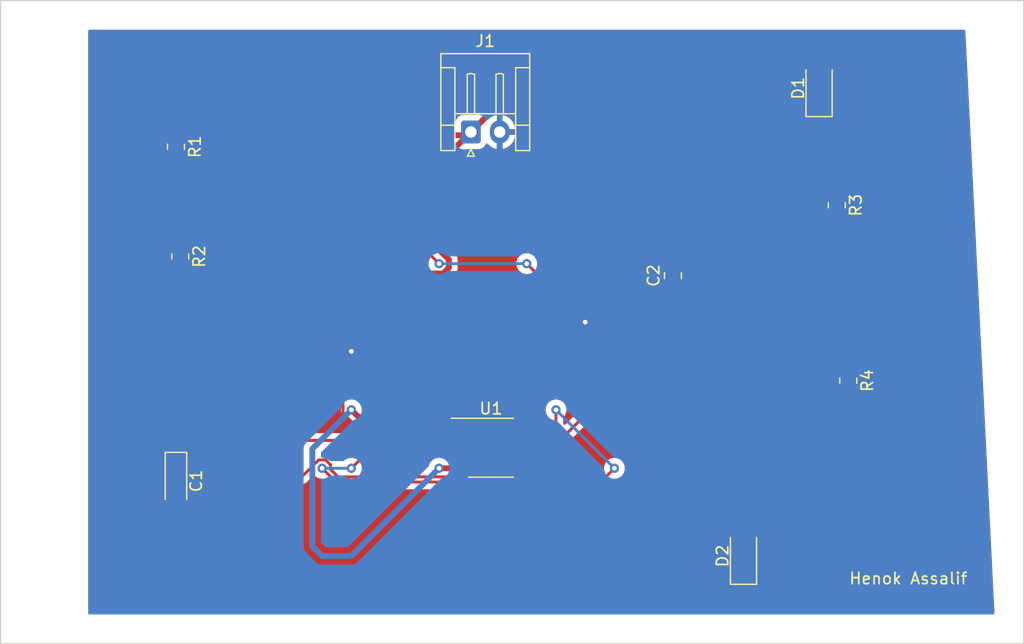
<source format=kicad_pcb>
(kicad_pcb (version 20221018) (generator pcbnew)
  (layers (0 "F.Cu" signal) (31 "B.Cu" signal) (34 "B.Paste" user) (35 "F.Paste" user) (36 "B.SilkS" user "B.Silkscreen") (37 "F.SilkS" user "F.Silkscreen") (38 "B.Mask" user) (39 "F.Mask" user) (44 "Edge.Cuts" user))
  (net 0 "")
  (net 1 "/pin_2")
  (net 2 "GND")
  (net 3 "Net-(U1-CV)")
  (net 4 "Net-(D1-K)")
  (net 5 "+9V")
  (net 6 "Net-(D2-A)")
  (net 7 "/pin_7")
  (net 8 "/pin_3")
  (footprint "Package_SO:SOIC-8-1EP_3.9x4.9mm_P1.27mm_EP2.29x3mm" (layer "F.Cu") (at 159.45 109.97)
    (fp_text reference "U1" (at 0 -3.4) (layer "F.SilkS"))
    (fp_text value "NE555D")
    (fp_line (start 0 -2.56) (end -3.45 -2.56) (stroke (width 0.12)) (layer "F.SilkS"))
    (fp_line (start 0 -2.56) (end 1.95 -2.56) (stroke (width 0.12)) (layer "F.SilkS"))
    (fp_line (start 0 2.56) (end -1.95 2.56) (stroke (width 0.12)) (layer "F.SilkS"))
    (fp_line (start 0 2.56) (end 1.95 2.56) (stroke (width 0.12)) (layer "F.SilkS"))
    (pad "1" smd roundrect (at -2.475 -1.905) (size 1.95 0.6) (layers "F.Cu" "F.Paste" "F.Mask") (net 2 "GND"))
    (pad "2" smd roundrect (at -2.475 -0.635) (size 1.95 0.6) (layers "F.Cu" "F.Paste" "F.Mask") (net 1 "/pin_2"))
    (pad "3" smd roundrect (at -2.475 0.635) (size 1.95 0.6) (layers "F.Cu" "F.Paste" "F.Mask") (net 8 "/pin_3"))
    (pad "4" smd roundrect (at -2.475 1.905) (size 1.95 0.6) (layers "F.Cu" "F.Paste" "F.Mask") (net 5 "+9V"))
    (pad "5" smd roundrect (at 2.475 1.905) (size 1.95 0.6) (layers "F.Cu" "F.Paste" "F.Mask") (net 3 "Net-(U1-CV)"))
    (pad "6" smd roundrect (at 2.475 0.635) (size 1.95 0.6) (layers "F.Cu" "F.Paste" "F.Mask") (net 1 "/pin_2"))
    (pad "7" smd roundrect (at 2.475 -0.635) (size 1.95 0.6) (layers "F.Cu" "F.Paste" "F.Mask") (net 7 "/pin_7"))
    (pad "8" smd roundrect (at 2.475 -1.905) (size 1.95 0.6) (layers "F.Cu" "F.Paste" "F.Mask") (net 5 "+9V"))
    (pad "9" smd rect (at 0 0) (size 2.29 3) (layers "F.Cu" "F.Mask"))
  )
  (footprint "Capacitor_Tantalum_SMD:CP_EIA-3216-18_Kemet-A_Pad1.58x1.35mm_HandSolder" (layer "F.Cu") (at 132.08 112.8625 -90)
    (fp_text reference "C1" (at 0 -1.75 90) (layer "F.SilkS"))
    (fp_text value "10uF")
    (fp_line (start -2.485 -0.935) (end -2.485 0.935) (stroke (width 0.12)) (layer "F.SilkS"))
    (fp_line (start -2.485 0.935) (end 1.6 0.935) (stroke (width 0.12)) (layer "F.SilkS"))
    (fp_line (start 1.6 -0.935) (end -2.485 -0.935) (stroke (width 0.12)) (layer "F.SilkS"))
    (pad "1" smd roundrect (at -1.4375 0 270) (size 1.575 1.35) (layers "F.Cu" "F.Paste" "F.Mask") (roundrect_rratio 0.1851851852) (net 1 "/pin_2"))
    (pad "2" smd roundrect (at 1.4375 0 270) (size 1.575 1.35) (layers "F.Cu" "F.Paste" "F.Mask") (roundrect_rratio 0.1851851852) (net 2 "GND"))
  )
  (footprint "Resistor_SMD:R_0805_2012Metric_Pad1.20x1.40mm_HandSolder" (layer "F.Cu") (at 190.5 104.14 -90)
    (fp_text reference "R4" (at 0 -1.65 90) (layer "F.SilkS"))
    (fp_text value "1K")
    (fp_line (start -0.227064 -0.735) (end 0.227064 -0.735) (stroke (width 0.12)) (layer "F.SilkS"))
    (fp_line (start -0.227064 0.735) (end 0.227064 0.735) (stroke (width 0.12)) (layer "F.SilkS"))
    (pad "1" smd roundrect (at -1 0 270) (size 1.2 1.4) (layers "F.Cu" "F.Paste" "F.Mask") (roundrect_rratio 0.2083333333) (net 8 "/pin_3"))
    (pad "2" smd roundrect (at 1 0 270) (size 1.2 1.4) (layers "F.Cu" "F.Paste" "F.Mask") (roundrect_rratio 0.2083333333) (net 6 "Net-(D2-A)"))
  )
  (footprint "Connector_JST:JST_EH_S2B-EH_1x02_P2.50mm_Horizontal" (layer "F.Cu") (at 157.7075 82.54)
    (fp_text reference "J1" (at 1.25 -7.9) (layer "F.SilkS"))
    (fp_text value "Conn_01x02_Pin")
    (fp_line (start -2.61 -6.81) (end 5.11 -6.81) (stroke (width 0.12)) (layer "F.SilkS"))
    (fp_line (start -2.61 -5.59) (end -1.39 -5.59) (stroke (width 0.12)) (layer "F.SilkS"))
    (fp_line (start -2.61 1.61) (end -2.61 -6.81) (stroke (width 0.12)) (layer "F.SilkS"))
    (fp_line (start -1.39 -5.59) (end -1.39 -0.59) (stroke (width 0.12)) (layer "F.SilkS"))
    (fp_line (start -1.39 -1.59) (end 3.89 -1.59) (stroke (width 0.12)) (layer "F.SilkS"))
    (fp_line (start -1.39 -0.59) (end -2.61 -0.59) (stroke (width 0.12)) (layer "F.SilkS"))
    (fp_line (start -1.39 -0.59) (end -1.39 1.61) (stroke (width 0.12)) (layer "F.SilkS"))
    (fp_line (start -1.39 1.61) (end -2.61 1.61) (stroke (width 0.12)) (layer "F.SilkS"))
    (fp_line (start -0.32 -5.01) (end 0 -5.09) (stroke (width 0.12)) (layer "F.SilkS"))
    (fp_line (start -0.32 -1.59) (end -0.32 -5.01) (stroke (width 0.12)) (layer "F.SilkS"))
    (fp_line (start -0.3 2.1) (end 0.3 2.1) (stroke (width 0.12)) (layer "F.SilkS"))
    (fp_line (start 0 -5.09) (end 0.32 -5.01) (stroke (width 0.12)) (layer "F.SilkS"))
    (fp_line (start 0 -1.59) (end -0.32 -1.59) (stroke (width 0.12)) (layer "F.SilkS"))
    (fp_line (start 0 1.5) (end -0.3 2.1) (stroke (width 0.12)) (layer "F.SilkS"))
    (fp_line (start 0.3 2.1) (end 0 1.5) (stroke (width 0.12)) (layer "F.SilkS"))
    (fp_line (start 0.32 -5.01) (end 0.32 -1.59) (stroke (width 0.12)) (layer "F.SilkS"))
    (fp_line (start 0.32 -1.59) (end 0 -1.59) (stroke (width 0.12)) (layer "F.SilkS"))
    (fp_line (start 1.17 -0.59) (end 1.33 -0.59) (stroke (width 0.12)) (layer "F.SilkS"))
    (fp_line (start 2.18 -5.01) (end 2.5 -5.09) (stroke (width 0.12)) (layer "F.SilkS"))
    (fp_line (start 2.18 -1.59) (end 2.18 -5.01) (stroke (width 0.12)) (layer "F.SilkS"))
    (fp_line (start 2.5 -5.09) (end 2.82 -5.01) (stroke (width 0.12)) (layer "F.SilkS"))
    (fp_line (start 2.5 -1.59) (end 2.18 -1.59) (stroke (width 0.12)) (layer "F.SilkS"))
    (fp_line (start 2.82 -5.01) (end 2.82 -1.59) (stroke (width 0.12)) (layer "F.SilkS"))
    (fp_line (start 2.82 -1.59) (end 2.5 -1.59) (stroke (width 0.12)) (layer "F.SilkS"))
    (fp_line (start 3.89 -5.59) (end 3.89 -0.59) (stroke (width 0.12)) (layer "F.SilkS"))
    (fp_line (start 3.89 -0.59) (end 5.11 -0.59) (stroke (width 0.12)) (layer "F.SilkS"))
    (fp_line (start 3.89 1.61) (end 3.89 -0.59) (stroke (width 0.12)) (layer "F.SilkS"))
    (fp_line (start 5.11 -6.81) (end 5.11 1.61) (stroke (width 0.12)) (layer "F.SilkS"))
    (fp_line (start 5.11 -5.59) (end 3.89 -5.59) (stroke (width 0.12)) (layer "F.SilkS"))
    (fp_line (start 5.11 1.61) (end 3.89 1.61) (stroke (width 0.12)) (layer "F.SilkS"))
    (pad "1" thru_hole roundrect (at 0 0) (size 1.7 2) (drill 1) (layers "*.Cu" "*.Mask") (roundrect_rratio 0.1470588235) (net 5 "+9V"))
    (pad "2" thru_hole oval (at 2.5 0) (size 1.7 2) (drill 1) (layers "*.Cu" "*.Mask") (net 2 "GND"))
  )
  (footprint "Resistor_SMD:R_0805_2012Metric_Pad1.20x1.40mm_HandSolder" (layer "F.Cu") (at 189.5 88.9 -90)
    (fp_text reference "R3" (at 0 -1.65 90) (layer "F.SilkS"))
    (fp_text value "1K")
    (fp_line (start -0.227064 -0.735) (end 0.227064 -0.735) (stroke (width 0.12)) (layer "F.SilkS"))
    (fp_line (start -0.227064 0.735) (end 0.227064 0.735) (stroke (width 0.12)) (layer "F.SilkS"))
    (pad "1" smd roundrect (at -1 0 270) (size 1.2 1.4) (layers "F.Cu" "F.Paste" "F.Mask") (roundrect_rratio 0.2083333333) (net 4 "Net-(D1-K)"))
    (pad "2" smd roundrect (at 1 0 270) (size 1.2 1.4) (layers "F.Cu" "F.Paste" "F.Mask") (roundrect_rratio 0.2083333333) (net 8 "/pin_3"))
  )
  (footprint "LED_SMD:LED_1206_3216Metric_Pad1.42x1.75mm_HandSolder" (layer "F.Cu") (at 187.96 78.74 90)
    (fp_text reference "D1" (at 0 -1.82 90) (layer "F.SilkS"))
    (fp_text value "LED")
    (fp_line (start -2.46 -1.135) (end -2.46 1.135) (stroke (width 0.12)) (layer "F.SilkS"))
    (fp_line (start -2.46 1.135) (end 1.6 1.135) (stroke (width 0.12)) (layer "F.SilkS"))
    (fp_line (start 1.6 -1.135) (end -2.46 -1.135) (stroke (width 0.12)) (layer "F.SilkS"))
    (pad "1" smd roundrect (at -1.4875 0 90) (size 1.425 1.75) (layers "F.Cu" "F.Paste" "F.Mask") (roundrect_rratio 0.1754392982) (net 4 "Net-(D1-K)"))
    (pad "2" smd roundrect (at 1.4875 0 90) (size 1.425 1.75) (layers "F.Cu" "F.Paste" "F.Mask") (roundrect_rratio 0.1754392982) (net 5 "+9V"))
  )
  (footprint "LED_SMD:LED_1206_3216Metric_Pad1.42x1.75mm_HandSolder" (layer "F.Cu") (at 181.3925 119.38 90)
    (fp_text reference "D2" (at 0 -1.82 90) (layer "F.SilkS"))
    (fp_text value "LED")
    (fp_line (start -2.46 -1.135) (end -2.46 1.135) (stroke (width 0.12)) (layer "F.SilkS"))
    (fp_line (start -2.46 1.135) (end 1.6 1.135) (stroke (width 0.12)) (layer "F.SilkS"))
    (fp_line (start 1.6 -1.135) (end -2.46 -1.135) (stroke (width 0.12)) (layer "F.SilkS"))
    (pad "1" smd roundrect (at -1.4875 0 90) (size 1.425 1.75) (layers "F.Cu" "F.Paste" "F.Mask") (roundrect_rratio 0.1754392982) (net 2 "GND"))
    (pad "2" smd roundrect (at 1.4875 0 90) (size 1.425 1.75) (layers "F.Cu" "F.Paste" "F.Mask") (roundrect_rratio 0.1754392982) (net 6 "Net-(D2-A)"))
  )
  (footprint "Resistor_SMD:R_0805_2012Metric_Pad1.20x1.40mm_HandSolder" (layer "F.Cu") (at 132.455 93.355 -90)
    (fp_text reference "R2" (at 0 -1.65 90) (layer "F.SilkS"))
    (fp_text value "10k")
    (fp_line (start -0.227064 -0.735) (end 0.227064 -0.735) (stroke (width 0.12)) (layer "F.SilkS"))
    (fp_line (start -0.227064 0.735) (end 0.227064 0.735) (stroke (width 0.12)) (layer "F.SilkS"))
    (pad "1" smd roundrect (at -1 0 270) (size 1.2 1.4) (layers "F.Cu" "F.Paste" "F.Mask") (roundrect_rratio 0.2083333333) (net 7 "/pin_7"))
    (pad "2" smd roundrect (at 1 0 270) (size 1.2 1.4) (layers "F.Cu" "F.Paste" "F.Mask") (roundrect_rratio 0.2083333333) (net 1 "/pin_2"))
  )
  (footprint "Capacitor_SMD:C_0805_2012Metric_Pad1.18x1.45mm_HandSolder" (layer "F.Cu") (at 175.26 95.0175 90)
    (fp_text reference "C2" (at 0 -1.68 90) (layer "F.SilkS"))
    (fp_text value "0.01uF")
    (fp_line (start -0.261252 -0.735) (end 0.261252 -0.735) (stroke (width 0.12)) (layer "F.SilkS"))
    (fp_line (start -0.261252 0.735) (end 0.261252 0.735) (stroke (width 0.12)) (layer "F.SilkS"))
    (pad "1" smd roundrect (at -1.0375 0 90) (size 1.175 1.45) (layers "F.Cu" "F.Paste" "F.Mask") (roundrect_rratio 0.2127659574) (net 3 "Net-(U1-CV)"))
    (pad "2" smd roundrect (at 1.0375 0 90) (size 1.175 1.45) (layers "F.Cu" "F.Paste" "F.Mask") (roundrect_rratio 0.2127659574) (net 2 "GND"))
  )
  (footprint "Resistor_SMD:R_0805_2012Metric_Pad1.20x1.40mm_HandSolder" (layer "F.Cu") (at 132.08 83.82 -90)
    (fp_text reference "R1" (at 0 -1.65 90) (layer "F.SilkS"))
    (fp_text value "1k")
    (fp_line (start -0.227064 -0.735) (end 0.227064 -0.735) (stroke (width 0.12)) (layer "F.SilkS"))
    (fp_line (start -0.227064 0.735) (end 0.227064 0.735) (stroke (width 0.12)) (layer "F.SilkS"))
    (pad "1" smd roundrect (at -1 0 270) (size 1.2 1.4) (layers "F.Cu" "F.Paste" "F.Mask") (roundrect_rratio 0.2083333333) (net 5 "+9V"))
    (pad "2" smd roundrect (at 1 0 270) (size 1.2 1.4) (layers "F.Cu" "F.Paste" "F.Mask") (roundrect_rratio 0.2083333333) (net 7 "/pin_7"))
  )
  (gr_rect (start 116.84 71.12) (end 205.74 127) (stroke (width 0.1)) (fill none) (layer "Edge.Cuts"))
  (gr_text "Henok Assalif" (at 190.5 121.92) (layer "F.SilkS") (effects (font (size 1 1)) (justify left bottom)))
  (segment (start 132.455 94.355) (end 132.455 107.17) (width 0.254) (layer "F.Cu") (net 1))
  (segment (start 162.9 110.605) (end 161.925 110.605) (width 0.254) (layer "F.Cu") (net 1))
  (segment (start 145.081134 111.033) (end 145.507 111.458866) (width 0.254) (layer "F.Cu") (net 1))
  (segment (start 132.08 111.425) (end 134.17 109.335) (width 0.254) (layer "F.Cu") (net 1))
  (segment (start 143.009866 112.502) (end 144.478866 111.033) (width 0.254) (layer "F.Cu") (net 1))
  (segment (start 144.478866 111.033) (end 145.081134 111.033) (width 0.254) (layer "F.Cu") (net 1))
  (segment (start 165.1 106.68) (end 165.1 108.405) (width 0.254) (layer "F.Cu") (net 1))
  (segment (start 132.455 107.17) (end 134.62 109.335) (width 0.254) (layer "F.Cu") (net 1))
  (segment (start 169.438 112.502) (end 170.18 111.76) (width 0.254) (layer "F.Cu") (net 1))
  (segment (start 149.745 109.335) (end 149.86 109.22) (width 0.254) (layer "F.Cu") (net 1))
  (segment (start 165.1 108.405) (end 162.9 110.605) (width 0.254) (layer "F.Cu") (net 1))
  (segment (start 146.164052 112.502) (end 169.438 112.502) (width 0.254) (layer "F.Cu") (net 1))
  (segment (start 145.507 111.458866) (end 145.507 111.844948) (width 0.254) (layer "F.Cu") (net 1))
  (segment (start 145.507 111.844948) (end 146.164052 112.502) (width 0.254) (layer "F.Cu") (net 1))
  (segment (start 156.975 109.335) (end 127.115 109.335) (width 0.254) (layer "F.Cu") (net 1))
  (segment (start 134.62 109.335) (end 149.745 109.335) (width 0.254) (layer "F.Cu") (net 1))
  (segment (start 130.282 112.502) (end 143.009866 112.502) (width 0.254) (layer "F.Cu") (net 1))
  (segment (start 127.115 109.335) (end 130.282 112.502) (width 0.254) (layer "F.Cu") (net 1))
  (segment (start 134.17 109.335) (end 134.62 109.335) (width 0.254) (layer "F.Cu") (net 1))
  (via (at 165.1 106.68) (size 0.8) (drill 0.4) (layers "F.Cu" "B.Cu") (net 1))
  (via (at 170.18 111.76) (size 0.8) (drill 0.4) (layers "F.Cu" "B.Cu") (net 1))
  (segment (start 170.18 111.76) (end 165.1 106.68) (width 0.254) (layer "B.Cu") (net 1))
  (segment (start 147.676866 108.065) (end 146.593 106.981134) (width 0.254) (layer "F.Cu") (net 2))
  (segment (start 146.593 106.981134) (end 146.593 102.327) (width 0.254) (layer "F.Cu") (net 2))
  (segment (start 156.975 108.065) (end 147.676866 108.065) (width 0.254) (layer "F.Cu") (net 2))
  (segment (start 146.593 102.327) (end 147.32 101.6) (width 0.254) (layer "F.Cu") (net 2))
  (via (at 167.64 99.06) (size 0.8) (drill 0.4) (layers "F.Cu" "B.Cu") (net 2))
  (via (at 147.32 101.6) (size 0.8) (drill 0.4) (layers "F.Cu" "B.Cu") (net 2))
  (segment (start 147.32 101.6) (end 165.1 101.6) (width 0.254) (layer "B.Cu") (net 2))
  (segment (start 165.1 101.6) (end 167.64 99.06) (width 0.254) (layer "B.Cu") (net 2))
  (segment (start 162.9 111.875) (end 161.925 111.875) (width 0.254) (layer "F.Cu") (net 3))
  (segment (start 175.26 99.515) (end 162.9 111.875) (width 0.254) (layer "F.Cu") (net 3))
  (segment (start 175.26 96.055) (end 175.26 99.515) (width 0.254) (layer "F.Cu") (net 3))
  (segment (start 187.96 86.36) (end 189.5 87.9) (width 0.254) (layer "F.Cu") (net 4))
  (segment (start 187.96 80.2275) (end 187.96 86.36) (width 0.254) (layer "F.Cu") (net 4))
  (segment (start 157.4275 82.82) (end 157.7075 82.54) (width 0.508) (layer "F.Cu") (net 5))
  (segment (start 154.94 111.76) (end 156.86 111.76) (width 0.508) (layer "F.Cu") (net 5))
  (segment (start 147.951 107.311) (end 147.32 106.68) (width 0.508) (layer "F.Cu") (net 5))
  (segment (start 187.96 77.2525) (end 162.995 77.2525) (width 0.508) (layer "F.Cu") (net 5))
  (segment (start 153.941739 91.774) (end 155.794 93.626261) (width 0.508) (layer "F.Cu") (net 5))
  (segment (start 155.794 93.626261) (end 155.794 94.333739) (width 0.508) (layer "F.Cu") (net 5))
  (segment (start 155.794 94.333739) (end 155.293739 94.834) (width 0.508) (layer "F.Cu") (net 5))
  (segment (start 132.08 82.82) (end 157.4275 82.82) (width 0.508) (layer "F.Cu") (net 5))
  (segment (start 162.995 77.2525) (end 157.7075 82.54) (width 0.508) (layer "F.Cu") (net 5))
  (segment (start 148.694 94.834) (end 161.925 108.065) (width 0.508) (layer "F.Cu") (net 5))
  (segment (start 161.171 107.311) (end 147.951 107.311) (width 0.508) (layer "F.Cu") (net 5))
  (segment (start 148.4735 91.774) (end 153.941739 91.774) (width 0.508) (layer "F.Cu") (net 5))
  (segment (start 155.293739 94.834) (end 148.694 94.834) (width 0.508) (layer "F.Cu") (net 5))
  (segment (start 161.925 108.065) (end 161.171 107.311) (width 0.508) (layer "F.Cu") (net 5))
  (segment (start 156.86 111.76) (end 156.975 111.875) (width 0.508) (layer "F.Cu") (net 5))
  (segment (start 157.7075 82.54) (end 148.4735 91.774) (width 0.508) (layer "F.Cu") (net 5))
  (via (at 147.32 106.68) (size 0.8) (drill 0.4) (layers "F.Cu" "B.Cu") (net 5))
  (via (at 154.94 111.76) (size 0.8) (drill 0.4) (layers "F.Cu" "B.Cu") (net 5))
  (segment (start 144.78 119.38) (end 147.32 119.38) (width 0.508) (layer "B.Cu") (net 5))
  (segment (start 143.926 118.526) (end 144.78 119.38) (width 0.508) (layer "B.Cu") (net 5))
  (segment (start 147.32 119.38) (end 154.94 111.76) (width 0.508) (layer "B.Cu") (net 5))
  (segment (start 143.926 110.074) (end 143.926 118.526) (width 0.508) (layer "B.Cu") (net 5))
  (segment (start 147.32 106.68) (end 143.926 110.074) (width 0.508) (layer "B.Cu") (net 5))
  (segment (start 181.3925 114.2475) (end 190.5 105.14) (width 0.254) (layer "F.Cu") (net 6))
  (segment (start 181.3925 117.8925) (end 181.3925 114.2475) (width 0.254) (layer "F.Cu") (net 6))
  (segment (start 163.227 94.647) (end 163.227 108.553) (width 0.254) (layer "F.Cu") (net 7))
  (segment (start 132.455 92.355) (end 153.315 92.355) (width 0.254) (layer "F.Cu") (net 7))
  (segment (start 153.315 92.355) (end 154.94 93.98) (width 0.254) (layer "F.Cu") (net 7))
  (segment (start 162.445 109.335) (end 161.925 109.335) (width 0.254) (layer "F.Cu") (net 7))
  (segment (start 132.08 91.98) (end 132.455 92.355) (width 0.254) (layer "F.Cu") (net 7))
  (segment (start 163.227 108.553) (end 162.445 109.335) (width 0.254) (layer "F.Cu") (net 7))
  (segment (start 132.08 84.82) (end 132.08 91.98) (width 0.254) (layer "F.Cu") (net 7))
  (segment (start 162.56 93.98) (end 163.227 94.647) (width 0.254) (layer "F.Cu") (net 7))
  (via (at 162.56 93.98) (size 0.8) (drill 0.4) (layers "F.Cu" "B.Cu") (net 7))
  (via (at 154.94 93.98) (size 0.8) (drill 0.4) (layers "F.Cu" "B.Cu") (net 7))
  (segment (start 154.94 93.98) (end 162.56 93.98) (width 0.254) (layer "B.Cu") (net 7))
  (segment (start 190.5 103.14) (end 180.684 112.956) (width 0.254) (layer "F.Cu") (net 8))
  (segment (start 190.5 103.14) (end 190.5 90.9) (width 0.254) (layer "F.Cu") (net 8))
  (segment (start 190.5 90.9) (end 189.5 89.9) (width 0.254) (layer "F.Cu") (net 8))
  (segment (start 147.32 111.76) (end 148.475 110.605) (width 0.254) (layer "F.Cu") (net 8))
  (segment (start 180.684 112.956) (end 145.976 112.956) (width 0.254) (layer "F.Cu") (net 8))
  (segment (start 148.475 110.605) (end 156.975 110.605) (width 0.254) (layer "F.Cu") (net 8))
  (segment (start 145.976 112.956) (end 144.78 111.76) (width 0.254) (layer "F.Cu") (net 8))
  (via (at 147.32 111.76) (size 0.8) (drill 0.4) (layers "F.Cu" "B.Cu") (net 8))
  (via (at 144.78 111.76) (size 0.8) (drill 0.4) (layers "F.Cu" "B.Cu") (net 8))
  (segment (start 144.78 111.76) (end 147.32 111.76) (width 0.254) (layer "B.Cu") (net 8))
  (zone (net 2) (net_name "GND") (layers "F&B.Cu") (connect_pads (clearance 0.5)) (min_thickness 0.25) (fill yes (thermal_gap 0.5) (thermal_bridge_width 0.5))
    (polygon (pts (xy 124.46 73.66) (xy 200.66 73.66) (xy 203.2 124.46) (xy 124.46 124.46)))
  )
)
</source>
